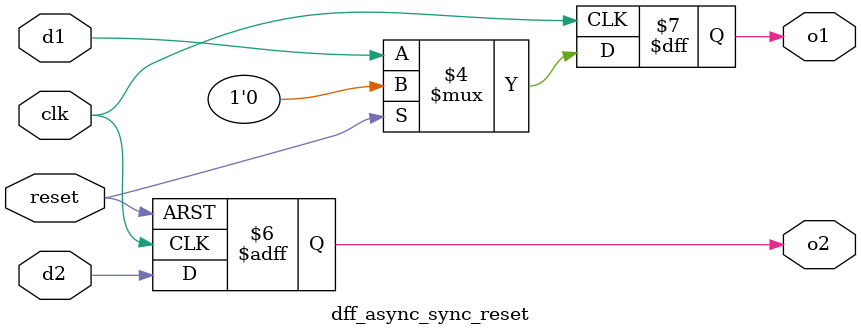
<source format=v>
`timescale 1ns / 1ps

module dff_async_sync_reset(d1, d2, reset, clk,o1,o2);
input d1, d2, reset, clk;
output reg o1, o2;

always@(posedge clk)
	if(reset)
		o1=0;
	else
		o1=d1;

always@(posedge clk or posedge reset)
	if(reset)
		o2 = 0;
	else
		o2 = d2;

endmodule

</source>
